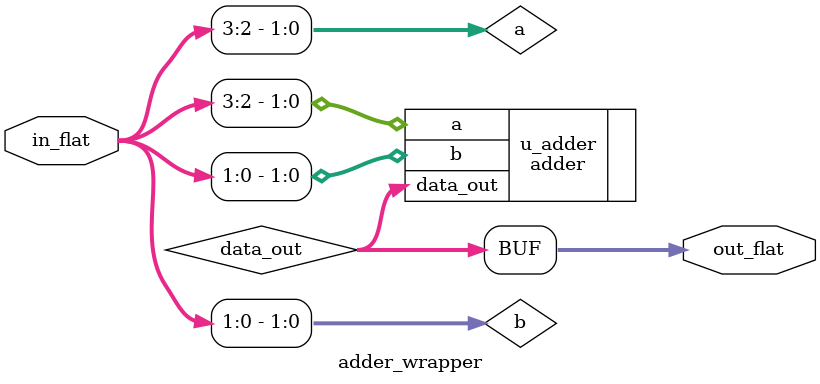
<source format=sv>

module adder_wrapper (
    input  wire [3:0] in_flat,
    output wire [2:0] out_flat
);

  // Slice `in_flat` into original inputs
  wire [1:0] a = in_flat[3:2];
  wire [1:0] b = in_flat[1:0];

  // Wires to capture original module outputs
  wire [2:0] data_out;

  // Instantiate the original module
  adder u_adder (
    .a(a),
    .b(b),
    .data_out(data_out)
  );

  // Pack original outputs into `out_flat`
  assign out_flat[2:0] = data_out;

endmodule  // adder_wrapper
</source>
